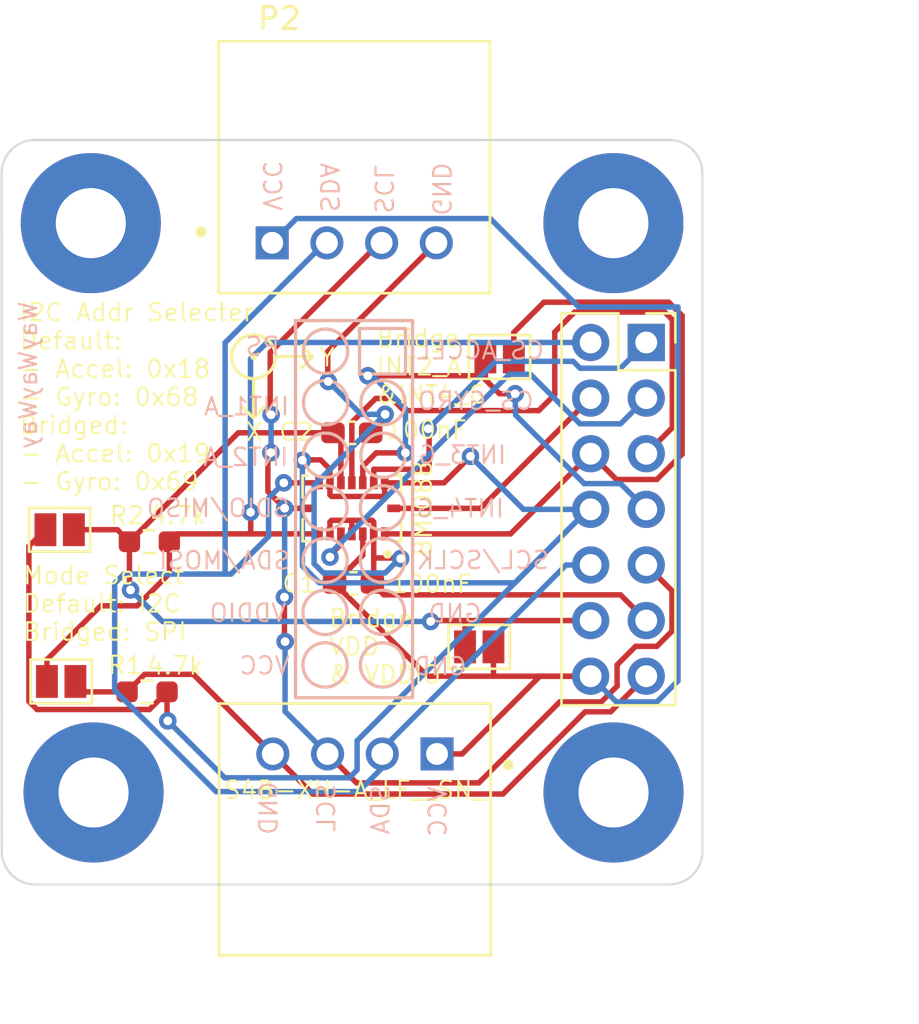
<source format=kicad_pcb>
(kicad_pcb (version 20221018) (generator pcbnew)
  (layers (0 "F.Cu" signal) (31 "B.Cu" signal) (34 "B.Paste" user) (35 "F.Paste" user) (36 "B.SilkS" user "B.Silkscreen") (37 "F.SilkS" user "F.Silkscreen") (38 "B.Mask" user) (39 "F.Mask" user) (44 "Edge.Cuts" user))
  (net 0 "")
  (net 1 "GND")
  (net 2 "VCC")
  (net 3 "VDDIO")
  (net 4 "/INT2_A")
  (net 5 "/INT4_G")
  (net 6 "/SCL{slash}SCLK")
  (net 7 "/SDA{slash}MOSI")
  (net 8 "/SDIO{slash}MISO")
  (net 9 "/PS")
  (net 10 "/CS_GYRO")
  (net 11 "/INT1_A")
  (net 12 "/CS_ACCEL")
  (net 13 "/INT3_G")
  (footprint "S4B-XH-A_LF__SN_:JST_S4B-XH-A_LF__SN_" (layer "F.Cu") (at 67.94 67.24 180)
    (fp_text reference "P1" hide)
    (fp_text value "S4B-XH-A_LF__SN_" (at 0 -1.65) (layer "F.SilkS") (effects (font (size 0.8 0.8) (thickness 0.1) bold)))
    (fp_line (start -6.2 -9.2) (end 6.2 -9.2) (stroke (width 0.127)) (layer "F.SilkS"))
    (fp_line (start -6.2 2.3) (end -6.2 -9.2) (stroke (width 0.127)) (layer "F.SilkS"))
    (fp_line (start 6.2 -9.2) (end 6.2 2.3) (stroke (width 0.127)) (layer "F.SilkS"))
    (fp_line (start 6.2 2.3) (end -6.2 2.3) (stroke (width 0.127)) (layer "F.SilkS"))
    (fp_circle (center -7 -0.5) (end -6.746 -0.5) (fill solid) (layer "F.SilkS"))
    (pad "1" thru_hole rect (at -3.75 0 180) (size 1.508 1.508) (drill 1) (layers "*.Cu" "*.Mask") (net 2 "VCC"))
    (pad "2" thru_hole circle (at -1.25 0 180) (size 1.508 1.508) (drill 1) (layers "*.Cu" "*.Mask") (net 7 "/SDA{slash}MOSI"))
    (pad "3" thru_hole circle (at 1.25 0 180) (size 1.508 1.508) (drill 1) (layers "*.Cu" "*.Mask") (net 6 "/SCL{slash}SCLK"))
    (pad "4" thru_hole circle (at 3.75 0 180) (size 1.508 1.508) (drill 1) (layers "*.Cu" "*.Mask") (net 1 "GND"))
  )
  (footprint "BMI088:PQFN50P450X300X100-16N" (layer "F.Cu") (at 67.8 56.025 180)
    (fp_text reference "U1" hide)
    (fp_text value "BMI088" (at -3.25 -0.0125 270) (layer "F.SilkS") (effects (font (size 0.8 0.8) (thickness 0.1) bold)))
    (fp_line (start -2.25 -1.5) (end -2 -1.5) (stroke (width 0.127)) (layer "F.SilkS"))
    (fp_line (start -2.25 -0.5) (end -2.25 -1.5) (stroke (width 0.127)) (layer "F.SilkS"))
    (fp_line (start -2.25 1.5) (end -2.25 0.5) (stroke (width 0.127)) (layer "F.SilkS"))
    (fp_line (start -2 1.5) (end -2.25 1.5) (stroke (width 0.127)) (layer "F.SilkS"))
    (fp_line (start 2.25 -1.5) (end 2 -1.5) (stroke (width 0.127)) (layer "F.SilkS"))
    (fp_line (start 2.25 -0.5) (end 2.25 -1.5) (stroke (width 0.127)) (layer "F.SilkS"))
    (fp_line (start 2.25 0.5) (end 2.25 1.5) (stroke (width 0.127)) (layer "F.SilkS"))
    (fp_line (start 2.25 1.5) (end 2 1.5) (stroke (width 0.127)) (layer "F.SilkS"))
    (fp_circle (center -1.629 -2.1) (end -1.529 -2.1) (stroke (width 0.2)) (fill none) (layer "F.SilkS"))
    (pad "1" smd rect (at -1.5 -1.165 90) (size 0.59 0.35) (layers "F.Cu" "F.Paste" "F.Mask") (net 4 "/INT2_A"))
    (pad "2" smd rect (at -1 -1.165 90) (size 0.59 0.35) (layers "F.Cu" "F.Paste" "F.Mask") (net 1 "GND"))
    (pad "3" smd rect (at -0.5 -1.165 90) (size 0.59 0.35) (layers "F.Cu" "F.Paste" "F.Mask") (net 2 "VCC"))
    (pad "4" smd rect (at 0 -1.165 90) (size 0.59 0.35) (layers "F.Cu" "F.Paste" "F.Mask") (net 1 "GND"))
    (pad "5" smd rect (at 0.5 -1.165 90) (size 0.59 0.35) (layers "F.Cu" "F.Paste" "F.Mask") (net 10 "/CS_GYRO"))
    (pad "6" smd rect (at 1 -1.165 90) (size 0.59 0.35) (layers "F.Cu" "F.Paste" "F.Mask") (net 1 "GND"))
    (pad "7" smd rect (at 1.5 -1.165 90) (size 0.59 0.35) (layers "F.Cu" "F.Paste" "F.Mask") (net 9 "/PS"))
    (pad "8" smd rect (at 1.915 0) (size 0.59 0.35) (layers "F.Cu" "F.Paste" "F.Mask") (net 6 "/SCL{slash}SCLK"))
    (pad "9" smd rect (at 1.5 1.165 270) (size 0.59 0.35) (layers "F.Cu" "F.Paste" "F.Mask") (net 7 "/SDA{slash}MOSI"))
    (pad "10" smd rect (at 1 1.165 270) (size 0.59 0.35) (layers "F.Cu" "F.Paste" "F.Mask") (net 8 "/SDIO{slash}MISO"))
    (pad "11" smd rect (at 0.5 1.165 270) (size 0.59 0.35) (layers "F.Cu" "F.Paste" "F.Mask") (net 3 "VDDIO"))
    (pad "12" smd rect (at 0 1.165 270) (size 0.59 0.35) (layers "F.Cu" "F.Paste" "F.Mask") (net 13 "/INT3_G"))
    (pad "13" smd rect (at -0.5 1.165 270) (size 0.59 0.35) (layers "F.Cu" "F.Paste" "F.Mask") (net 5 "/INT4_G"))
    (pad "14" smd rect (at -1 1.165 270) (size 0.59 0.35) (layers "F.Cu" "F.Paste" "F.Mask") (net 12 "/CS_ACCEL"))
    (pad "15" smd rect (at -1.5 1.165 270) (size 0.59 0.35) (layers "F.Cu" "F.Paste" "F.Mask") (net 8 "/SDIO{slash}MISO"))
    (pad "16" smd rect (at -1.915 0 180) (size 0.59 0.35) (layers "F.Cu" "F.Paste" "F.Mask") (net 11 "/INT1_A"))
  )
  (footprint "" (layer "F.Cu") (at 79.756 69)
    (fp_text reference "TH4" hide)
    (fp_text value "" hide)
    (pad "4" thru_hole circle (at 0 0) (size 6.4 6.4) (drill 3.2) (layers "*.Cu" "*.Mask"))
  )
  (footprint "" (layer "F.Cu") (at 55.874 43)
    (fp_text reference "TH1" hide)
    (fp_text value "" hide)
    (pad "1" thru_hole circle (at 0 0) (size 6.4 6.4) (drill 3.2) (layers "*.Cu" "*.Mask"))
  )
  (footprint "Jumper:SolderJumper-2_P1.3mm_Open_Pad1.0x1.5mm" (layer "F.Cu") (at 54.52 63.93)
    (fp_text reference "JP4" hide)
    (fp_text value "SolderJumper_2_Open" hide)
    (fp_line (start -1.4 -1) (end 1.4 -1) (stroke (width 0.12)) (layer "F.SilkS"))
    (fp_line (start -1.4 1) (end -1.4 -1) (stroke (width 0.12)) (layer "F.SilkS"))
    (fp_line (start 1.4 -1) (end 1.4 1) (stroke (width 0.12)) (layer "F.SilkS"))
    (fp_line (start 1.4 1) (end -1.4 1) (stroke (width 0.12)) (layer "F.SilkS"))
    (pad "1" smd rect (at -0.65 0) (size 1 1.5) (layers "F.Cu" "F.Mask") (net 9 "/PS"))
    (pad "2" smd rect (at 0.65 0) (size 1 1.5) (layers "F.Cu" "F.Mask") (net 1 "GND"))
  )
  (footprint "" (layer "F.Cu") (at 56 69)
    (fp_text reference "TH3" hide)
    (fp_text value "" hide)
    (pad "3" thru_hole circle (at 0 0) (size 6.4 6.4) (drill 3.2) (layers "*.Cu" "*.Mask"))
  )
  (footprint "Capacitor_SMD:C_0603_1608Metric_Pad1.08x0.95mm_HandSolder" (layer "F.Cu") (at 67.8 52.575)
    (fp_text reference "C2" (at -2.54 -0.045) (layer "F.SilkS") (effects (font (size 0.8 0.8) (thickness 0.1) bold)))
    (fp_text value "100nF" (at 3.41 -0.135) (layer "F.SilkS") (effects (font (size 0.8 0.8) (thickness 0.1) bold)))
    (fp_line (start -0.146267 -0.51) (end 0.146267 -0.51) (stroke (width 0.12)) (layer "F.SilkS"))
    (fp_line (start -0.146267 0.51) (end 0.146267 0.51) (stroke (width 0.12)) (layer "F.SilkS"))
    (pad "1" smd roundrect (at -0.8625 0) (size 1.075 0.95) (layers "F.Cu" "F.Paste" "F.Mask") (net 3 "VDDIO"))
    (pad "2" smd roundrect (at 0.8625 0) (size 1.075 0.95) (layers "F.Cu" "F.Paste" "F.Mask") (net 1 "GND"))
  )
  (footprint "Resistor_SMD:R_0603_1608Metric_Pad0.98x0.95mm_HandSolder" (layer "F.Cu") (at 58.445 64.405 180)
    (fp_text reference "R1" (at 1.005 1.215) (layer "F.SilkS") (effects (font (size 0.8 0.8) (thickness 0.1) bold)))
    (fp_text value "4.7k" (at -1.275 1.195) (layer "F.SilkS") (effects (font (size 0.8 0.8) (thickness 0.1) bold)))
    (fp_line (start -0.254724 -0.5225) (end 0.254724 -0.5225) (stroke (width 0.12)) (layer "F.SilkS"))
    (fp_line (start -0.254724 0.5225) (end 0.254724 0.5225) (stroke (width 0.12)) (layer "F.SilkS"))
    (pad "1" smd roundrect (at -0.9125 0 180) (size 0.975 0.95) (layers "F.Cu" "F.Paste" "F.Mask") (net 8 "/SDIO{slash}MISO"))
    (pad "2" smd roundrect (at 0.9125 0 180) (size 0.975 0.95) (layers "F.Cu" "F.Paste" "F.Mask") (net 1 "GND"))
  )
  (footprint "Jumper:SolderJumper-2_P1.3mm_Open_Pad1.0x1.5mm" (layer "F.Cu") (at 54.45 57 180)
    (fp_text reference "JP3" hide)
    (fp_text value "SolderJumper_2_Open" hide)
    (fp_line (start -1.4 -1) (end 1.4 -1) (stroke (width 0.12)) (layer "F.SilkS"))
    (fp_line (start -1.4 1) (end -1.4 -1) (stroke (width 0.12)) (layer "F.SilkS"))
    (fp_line (start 1.4 -1) (end 1.4 1) (stroke (width 0.12)) (layer "F.SilkS"))
    (fp_line (start 1.4 1) (end -1.4 1) (stroke (width 0.12)) (layer "F.SilkS"))
    (pad "1" smd rect (at -0.65 0 180) (size 1 1.5) (layers "F.Cu" "F.Mask") (net 3 "VDDIO"))
    (pad "2" smd rect (at 0.65 0 180) (size 1 1.5) (layers "F.Cu" "F.Mask") (net 8 "/SDIO{slash}MISO"))
  )
  (footprint "Jumper:SolderJumper-2_P1.3mm_Open_Pad1.0x1.5mm" (layer "F.Cu") (at 73.62 62.35 180)
    (fp_text reference "JP1" hide)
    (fp_text value "SolderJumper_2_Open" hide)
    (fp_line (start -1.4 -1) (end 1.4 -1) (stroke (width 0.12)) (layer "F.SilkS"))
    (fp_line (start -1.4 1) (end -1.4 -1) (stroke (width 0.12)) (layer "F.SilkS"))
    (fp_line (start 1.4 -1) (end 1.4 1) (stroke (width 0.12)) (layer "F.SilkS"))
    (fp_line (start 1.4 1) (end -1.4 1) (stroke (width 0.12)) (layer "F.SilkS"))
    (pad "1" smd rect (at -0.65 0 180) (size 1 1.5) (layers "F.Cu" "F.Mask") (net 2 "VCC"))
    (pad "2" smd rect (at 0.65 0 180) (size 1 1.5) (layers "F.Cu" "F.Mask") (net 3 "VDDIO"))
  )
  (footprint "S4B-XH-A_LF__SN_:JST_S4B-XH-A_LF__SN_" (layer "F.Cu") (at 67.91 43.9)
    (fp_text reference "P2" (at -3.427205 -10.241555) (layer "F.SilkS") (effects (font (size 1.000638 1.000638))))
    (fp_text value "S4B-XH-A_LF__SN_")
    (fp_line (start -6.2 -9.2) (end 6.2 -9.2) (stroke (width 0.127)) (layer "F.SilkS"))
    (fp_line (start -6.2 2.3) (end -6.2 -9.2) (stroke (width 0.127)) (layer "F.SilkS"))
    (fp_line (start 6.2 -9.2) (end 6.2 2.3) (stroke (width 0.127)) (layer "F.SilkS"))
    (fp_line (start 6.2 2.3) (end -6.2 2.3) (stroke (width 0.127)) (layer "F.SilkS"))
    (fp_circle (center -7 -0.5) (end -6.746 -0.5) (fill solid) (layer "F.SilkS"))
    (pad "1" thru_hole rect (at -3.75 0) (size 1.508 1.508) (drill 1) (layers "*.Cu" "*.Mask") (net 2 "VCC"))
    (pad "2" thru_hole circle (at -1.25 0) (size 1.508 1.508) (drill 1) (layers "*.Cu" "*.Mask") (net 7 "/SDA{slash}MOSI"))
    (pad "3" thru_hole circle (at 1.25 0) (size 1.508 1.508) (drill 1) (layers "*.Cu" "*.Mask") (net 6 "/SCL{slash}SCLK"))
    (pad "4" thru_hole circle (at 3.75 0) (size 1.508 1.508) (drill 1) (layers "*.Cu" "*.Mask") (net 1 "GND"))
  )
  (footprint "Resistor_SMD:R_0603_1608Metric_Pad0.98x0.95mm_HandSolder" (layer "F.Cu") (at 58.55 57.55)
    (fp_text reference "R2" (at -1.03 -1.2) (layer "F.SilkS") (effects (font (size 0.8 0.8) (thickness 0.1) bold)))
    (fp_text value "4.7k" (at 1.3 -1.2) (layer "F.SilkS") (effects (font (size 0.8 0.8) (thickness 0.1) bold)))
    (fp_line (start -0.254724 -0.5225) (end 0.254724 -0.5225) (stroke (width 0.12)) (layer "F.SilkS"))
    (fp_line (start -0.254724 0.5225) (end 0.254724 0.5225) (stroke (width 0.12)) (layer "F.SilkS"))
    (pad "1" smd roundrect (at -0.9125 0) (size 0.975 0.95) (layers "F.Cu" "F.Paste" "F.Mask") (net 3 "VDDIO"))
    (pad "2" smd roundrect (at 0.9125 0) (size 0.975 0.95) (layers "F.Cu" "F.Paste" "F.Mask") (net 9 "/PS"))
  )
  (footprint "Connector_PinSocket_2.54mm:PinSocket_2x07_P2.54mm_Vertical" (layer "F.Cu") (at 81.25 48.45)
    (fp_text reference "J1" hide)
    (fp_text value "Conn_02x07_Counter_Clockwise" hide)
    (fp_line (start -3.87 -1.33) (end -3.87 16.57) (stroke (width 0.12)) (layer "F.SilkS"))
    (fp_line (start -3.87 -1.33) (end -1.27 -1.33) (stroke (width 0.12)) (layer "F.SilkS"))
    (fp_line (start -3.87 16.57) (end 1.33 16.57) (stroke (width 0.12)) (layer "F.SilkS"))
    (fp_line (start -1.27 -1.33) (end -1.27 1.27) (stroke (width 0.12)) (layer "F.SilkS"))
    (fp_line (start -1.27 1.27) (end 1.33 1.27) (stroke (width 0.12)) (layer "F.SilkS"))
    (fp_line (start 0 -1.33) (end 1.33 -1.33) (stroke (width 0.12)) (layer "F.SilkS"))
    (fp_line (start 1.33 -1.33) (end 1.33 0) (stroke (width 0.12)) (layer "F.SilkS"))
    (fp_line (start 1.33 1.27) (end 1.33 16.57) (stroke (width 0.12)) (layer "F.SilkS"))
    (pad "1" thru_hole rect (at 0 0) (size 1.7 1.7) (drill 1) (layers "*.Cu" "*.Mask") (net 12 "/CS_ACCEL"))
    (pad "2" thru_hole oval (at -2.54 0) (size 1.7 1.7) (drill 1) (layers "*.Cu" "*.Mask") (net 9 "/PS"))
    (pad "3" thru_hole oval (at 0 2.54) (size 1.7 1.7) (drill 1) (layers "*.Cu" "*.Mask") (net 10 "/CS_GYRO"))
    (pad "4" thru_hole oval (at -2.54 2.54) (size 1.7 1.7) (drill 1) (layers "*.Cu" "*.Mask") (net 11 "/INT1_A"))
    (pad "5" thru_hole oval (at 0 5.08) (size 1.7 1.7) (drill 1) (layers "*.Cu" "*.Mask") (net 13 "/INT3_G"))
    (pad "6" thru_hole oval (at -2.54 5.08) (size 1.7 1.7) (drill 1) (layers "*.Cu" "*.Mask") (net 4 "/INT2_A"))
    (pad "7" thru_hole oval (at 0 7.62) (size 1.7 1.7) (drill 1) (layers "*.Cu" "*.Mask") (net 5 "/INT4_G"))
    (pad "8" thru_hole oval (at -2.54 7.62) (size 1.7 1.7) (drill 1) (layers "*.Cu" "*.Mask") (net 8 "/SDIO{slash}MISO"))
    (pad "9" thru_hole oval (at 0 10.16) (size 1.7 1.7) (drill 1) (layers "*.Cu" "*.Mask") (net 6 "/SCL{slash}SCLK"))
    (pad "10" thru_hole oval (at -2.54 10.16) (size 1.7 1.7) (drill 1) (layers "*.Cu" "*.Mask") (net 7 "/SDA{slash}MOSI"))
    (pad "11" thru_hole oval (at 0 12.7) (size 1.7 1.7) (drill 1) (layers "*.Cu" "*.Mask") (net 1 "GND"))
    (pad "12" thru_hole oval (at -2.54 12.7) (size 1.7 1.7) (drill 1) (layers "*.Cu" "*.Mask") (net 3 "VDDIO"))
    (pad "13" thru_hole oval (at 0 15.24) (size 1.7 1.7) (drill 1) (layers "*.Cu" "*.Mask") (net 1 "GND"))
    (pad "14" thru_hole oval (at -2.54 15.24) (size 1.7 1.7) (drill 1) (layers "*.Cu" "*.Mask") (net 2 "VCC"))
  )
  (footprint "Capacitor_SMD:C_0603_1608Metric_Pad1.08x0.95mm_HandSolder" (layer "F.Cu") (at 67.875 59.45)
    (fp_text reference "C1" (at -2.475 0.01) (layer "F.SilkS") (effects (font (size 0.8 0.8) (thickness 0.1) bold)))
    (fp_text value "100nF" (at 3.565 0.03) (layer "F.SilkS") (effects (font (size 0.8 0.8) (thickness 0.1) bold)))
    (fp_line (start -0.146267 -0.51) (end 0.146267 -0.51) (stroke (width 0.12)) (layer "F.SilkS"))
    (fp_line (start -0.146267 0.51) (end 0.146267 0.51) (stroke (width 0.12)) (layer "F.SilkS"))
    (pad "1" smd roundrect (at -0.8625 0) (size 1.075 0.95) (layers "F.Cu" "F.Paste" "F.Mask") (net 2 "VCC"))
    (pad "2" smd roundrect (at 0.8625 0) (size 1.075 0.95) (layers "F.Cu" "F.Paste" "F.Mask") (net 1 "GND"))
  )
  (footprint "" (layer "F.Cu") (at 79.75 43)
    (fp_text reference "TH2" hide)
    (fp_text value "" hide)
    (pad "2" thru_hole circle (at 0 0) (size 6.4 6.4) (drill 3.2) (layers "*.Cu" "*.Mask"))
  )
  (footprint "Jumper:SolderJumper-2_P1.3mm_Open_Pad1.0x1.5mm" (layer "F.Cu") (at 74.55 49.11 180)
    (fp_text reference "JP2" hide)
    (fp_text value "SolderJumper_2_Open" hide)
    (fp_line (start -1.4 -1) (end 1.4 -1) (stroke (width 0.12)) (layer "F.SilkS"))
    (fp_line (start -1.4 1) (end -1.4 -1) (stroke (width 0.12)) (layer "F.SilkS"))
    (fp_line (start 1.4 -1) (end 1.4 1) (stroke (width 0.12)) (layer "F.SilkS"))
    (fp_line (start 1.4 1) (end -1.4 1) (stroke (width 0.12)) (layer "F.SilkS"))
    (pad "1" smd rect (at -0.65 0 180) (size 1 1.5) (layers "F.Cu" "F.Mask") (net 4 "/INT2_A"))
    (pad "2" smd rect (at 0.65 0 180) (size 1 1.5) (layers "F.Cu" "F.Mask") (net 5 "/INT4_G"))
  )
  (gr_circle (center 66.575 56) (end 65.625 55.65) (stroke (width 0.15)) (fill none) (layer "B.SilkS"))
  (gr_circle (center 69.2 58.4) (end 68.25 58.05) (stroke (width 0.15)) (fill none) (layer "B.SilkS"))
  (gr_circle (center 66.6 48.85) (end 65.65 48.5) (stroke (width 0.15)) (fill none) (layer "B.SilkS"))
  (gr_circle (center 66.575 58.4) (end 65.625 58.05) (stroke (width 0.15)) (fill none) (layer "B.SilkS"))
  (gr_circle (center 66.575 63.175) (end 65.625 62.825) (stroke (width 0.15)) (fill none) (layer "B.SilkS"))
  (gr_circle (center 69.225 51.2) (end 68.275 50.85) (stroke (width 0.15)) (fill none) (layer "B.SilkS"))
  (gr_circle (center 69.225 53.6) (end 68.275 53.25) (stroke (width 0.15)) (fill none) (layer "B.SilkS"))
  (gr_rect (start 68.15 47.81) (end 70.25 49.89) (stroke (width 0.15)) (fill none) (layer "B.SilkS"))
  (gr_circle (center 69.2 56) (end 68.25 55.65) (stroke (width 0.15)) (fill none) (layer "B.SilkS"))
  (gr_circle (center 66.6 51.2) (end 65.65 50.85) (stroke (width 0.15)) (fill none) (layer "B.SilkS"))
  (gr_rect (start 65.225 47.45) (end 70.575 64.675) (stroke (width 0.15)) (fill none) (layer "B.SilkS"))
  (gr_circle (center 69.2 63.175) (end 68.25 62.825) (stroke (width 0.15)) (fill none) (layer "B.SilkS"))
  (gr_circle (center 66.6 53.6) (end 65.65 53.25) (stroke (width 0.15)) (fill none) (layer "B.SilkS"))
  (gr_circle (center 69.2 60.775) (end 68.25 60.425) (stroke (width 0.15)) (fill none) (layer "B.SilkS"))
  (gr_circle (center 66.575 60.775) (end 65.625 60.425) (stroke (width 0.15)) (fill none) (layer "B.SilkS"))
  (gr_line (start 63.31 51.9) (end 63.81 51.4) (stroke (width 0.15)) (layer "F.SilkS"))
  (gr_circle (center 63.31 49.1) (end 63.31 50.1) (stroke (width 0.15)) (fill none) (layer "F.SilkS"))
  (gr_line (start 64.31 49.1) (end 66.01 49.1) (stroke (width 0.15)) (layer "F.SilkS"))
  (gr_line (start 66.01 49.1) (end 65.51 49.6) (stroke (width 0.15)) (layer "F.SilkS"))
  (gr_circle (center 63.31 49.1) (end 63.31 49.1) (stroke (width 0.15)) (fill none) (layer "F.SilkS"))
  (gr_line (start 65.51 48.6) (end 66.01 49.1) (stroke (width 0.15)) (layer "F.SilkS"))
  (gr_line (start 63.31 50.1) (end 63.31 51.8) (stroke (width 0.15)) (layer "F.SilkS"))
  (gr_line (start 63.31 51.9) (end 62.81 51.4) (stroke (width 0.15)) (layer "F.SilkS"))
  (gr_arc (start 51.8 40.724) (mid 52.246369 39.646369) (end 53.324 39.2) (stroke (width 0.1)) (layer "Edge.Cuts"))
  (gr_arc (start 82.29 39.2) (mid 83.367631 39.646369) (end 83.814 40.724) (stroke (width 0.1)) (layer "Edge.Cuts"))
  (gr_line (start 53.33 73.2) (end 82.296 73.2) (stroke (width 0.1)) (layer "Edge.Cuts"))
  (gr_line (start 51.8 40.724) (end 51.806 71.676) (stroke (width 0.1)) (layer "Edge.Cuts"))
  (gr_line (start 83.82 71.676) (end 83.814 40.724) (stroke (width 0.1)) (layer "Edge.Cuts"))
  (gr_arc (start 53.33 73.2) (mid 52.252369 72.753631) (end 51.806 71.676) (stroke (width 0.1)) (layer "Edge.Cuts"))
  (gr_line (start 82.29 39.2) (end 53.324 39.2) (stroke (width 0.1)) (layer "Edge.Cuts"))
  (gr_arc (start 83.82 71.676) (mid 83.373631 72.75363) (end 82.296 73.2) (stroke (width 0.1)) (layer "Edge.Cuts"))
  (gr_text "INT2_A" (at 64.97 54.15) (layer "B.SilkS") (effects (font (size 0.8 0.8) (thickness 0.1)) (justify left bottom mirror)))
  (gr_text "INT4_G\n" (at 74.82 56.5) (layer "B.SilkS") (effects (font (size 0.8 0.8) (thickness 0.1)) (justify left bottom mirror)))
  (gr_text "VCC\n" (at 63.68 42.5 -90) (layer "B.SilkS") (effects (font (size 0.8 0.8) (thickness 0.1)) (justify left bottom mirror)))
  (gr_text "SDA\n" (at 69.58 68.6 90) (layer "B.SilkS") (effects (font (size 0.8 0.8) (thickness 0.1)) (justify left bottom mirror)))
  (gr_text "VCC\n" (at 72.2 68.66 90) (layer "B.SilkS") (effects (font (size 0.8 0.8) (thickness 0.1)) (justify left bottom mirror)))
  (gr_text "SDA/MOSI" (at 65.04 58.875) (layer "B.SilkS") (effects (font (size 0.8 0.8) (thickness 0.1)) (justify left bottom mirror)))
  (gr_text "GND" (at 71.41 42.73 -90) (layer "B.SilkS") (effects (font (size 0.8 0.8) (thickness 0.1)) (justify left bottom mirror)))
  (gr_text "INT1_A\n" (at 65 51.835) (layer "B.SilkS") (effects (font (size 0.8 0.8) (thickness 0.1)) (justify left bottom mirror)))
  (gr_text "VCC" (at 65.025 63.675) (layer "B.SilkS") (effects (font (size 0.8 0.8) (thickness 0.1)) (justify left bottom mirror)))
  (gr_text "CS_ACCEL\n" (at 76.65 49.28) (layer "B.SilkS") (effects (font (size 0.8 0.8) (thickness 0.1)) (justify left bottom mirror)))
  (gr_text "GND" (at 73.8 61.29) (layer "B.SilkS") (effects (font (size 0.8 0.8) (thickness 0.1)) (justify left bottom mirror)))
  (gr_text "SDIO/MISO\n\n" (at 65.01 57.77) (layer "B.SilkS") (effects (font (size 0.8 0.8) (thickness 0.1)) (justify left bottom mirror)))
  (gr_text "SCL/SCLK\n\n" (at 76.88 60.15) (layer "B.SilkS") (effects (font (size 0.8 0.8) (thickness 0.1)) (justify left bottom mirror)))
  (gr_text "INT3_G" (at 74.92 54.05) (layer "B.SilkS") (effects (font (size 0.8 0.8) (thickness 0.1)) (justify left bottom mirror)))
  (gr_text "VDDIO\n" (at 64.87 61.27) (layer "B.SilkS") (effects (font (size 0.8 0.8) (thickness 0.1)) (justify left bottom mirror)))
  (gr_text "SDA\n" (at 66.3 42.56 -90) (layer "B.SilkS") (effects (font (size 0.8 0.8) (thickness 0.1)) (justify left bottom mirror)))
  (gr_text "SCL\n\n\n" (at 66.2 42.63 -90) (layer "B.SilkS") (effects (font (size 0.8 0.8) (thickness 0.1)) (justify left bottom mirror)))
  (gr_text "GND" (at 73.11 63.71) (layer "B.SilkS") (effects (font (size 0.8 0.8) (thickness 0.1)) (justify left bottom mirror)))
  (gr_text "PS" (at 64.57 49.09) (layer "B.SilkS") (effects (font (size 0.8 0.8) (thickness 0.1)) (justify left bottom mirror)))
  (gr_text "WayWayWay" (at 53.48 46.51 90) (layer "B.SilkS") (effects (font (size 0.8 0.8) (thickness 0.1)) (justify left bottom mirror)))
  (gr_text "CS_GYRO\n" (at 76.18 51.59) (layer "B.SilkS") (effects (font (size 0.8 0.8) (thickness 0.1)) (justify left bottom mirror)))
  (gr_text "GND" (at 64.47 68.43 90) (layer "B.SilkS") (effects (font (size 0.8 0.8) (thickness 0.1)) (justify left bottom mirror)))
  (gr_text "SCL\n\n\n" (at 69.68 68.53 90) (layer "B.SilkS") (effects (font (size 0.8 0.8) (thickness 0.1)) (justify left bottom mirror)))
  (gr_text "X" (at 62.9 53) (layer "F.SilkS") (effects (font (size 0.8 0.8) (thickness 0.1) bold) (justify left bottom)))
  (gr_text "Bridge \nVDD\n& VDDIO" (at 66.7 64.09) (layer "F.SilkS") (effects (font (size 0.8 0.8) (thickness 0.1) bold) (justify left bottom)))
  (gr_text "Bridge\nINT2_A \n&INT4_G" (at 68.86 51.3) (layer "F.SilkS") (effects (font (size 0.8 0.8) (thickness 0.1) bold) (justify left bottom)))
  (gr_text "I2C Addr Selecter\nDefault: \n- Accel: 0x18\n- Gyro: 0x68\nBridged:\n- Accel: 0x19\n- Gyro: 0x69" (at 52.58 55.27) (layer "F.SilkS") (effects (font (size 0.8 0.8) (thickness 0.1)) (justify left bottom)))
  (gr_text "Mode Select\nDefault: I2C\nBridged: SPI\n" (at 52.72 62.13) (layer "F.SilkS") (effects (font (size 0.8 0.8) (thickness 0.1) bold) (justify left bottom)))
  (gr_text "Y" (at 66.26 49.6) (layer "F.SilkS") (effects (font (size 0.8 0.8) (thickness 0.1) bold) (justify left bottom)))
  (segment (start 69.32 51.73) (end 69.32 51.9175) (width 0.25) (layer "F.Cu") (net 1))
  (segment (start 74.700897 69.07) (end 78.455897 65.315) (width 0.25) (layer "F.Cu") (net 1))
  (segment (start 68.8 56.645) (end 68.725 56.57) (width 0.25) (layer "F.Cu") (net 1))
  (segment (start 66.72 50.23) (end 66.63 50.23) (width 0.25) (layer "F.Cu") (net 1))
  (segment (start 68.8 58.29) (end 68.8 57.19) (width 0.25) (layer "F.Cu") (net 1))
  (segment (start 67.8 56.59) (end 67.8 57.19) (width 0.25) (layer "F.Cu") (net 1))
  (segment (start 79.625 65.315) (end 81.25 63.69) (width 0.25) (layer "F.Cu") (net 1))
  (segment (start 66.875 56.57) (end 66.8 56.645) (width 0.25) (layer "F.Cu") (net 1))
  (segment (start 58.3325 63.605) (end 60.555 63.605) (width 0.25) (layer "F.Cu") (net 1))
  (segment (start 69.96 58.29) (end 70.03 58.32) (width 0.25) (layer "F.Cu") (net 1))
  (segment (start 68.7375 59.45) (end 69.2625 59.975) (width 0.25) (layer "F.Cu") (net 1))
  (segment (start 67.82 56.57) (end 67.8 56.59) (width 0.25) (layer "F.Cu") (net 1))
  (segment (start 55.645 64.405) (end 55.17 63.93) (width 0.25) (layer "F.Cu") (net 1))
  (segment (start 69.2625 59.975) (end 80.075 59.975) (width 0.25) (layer "F.Cu") (net 1))
  (segment (start 66.72 50.23) (end 66.7 50.21) (width 0.25) (layer "F.Cu") (net 1))
  (segment (start 70.02 58.29) (end 69.99 58.29) (width 0.25) (layer "F.Cu") (net 1))
  (segment (start 66.7 48.86) (end 71.61 43.95) (width 0.25) (layer "F.Cu") (net 1))
  (segment (start 70.03 58.32) (end 70.02 58.29) (width 0.25) (layer "F.Cu") (net 1))
  (segment (start 68.7375 59.45) (end 68.8 59.3875) (width 0.25) (layer "F.Cu") (net 1))
  (segment (start 69.32 51.9175) (end 68.6625 52.575) (width 0.25) (layer "F.Cu") (net 1))
  (segment (start 67.78 56.57) (end 66.875 56.57) (width 0.25) (layer "F.Cu") (net 1))
  (segment (start 57.5325 64.405) (end 55.645 64.405) (width 0.25) (layer "F.Cu") (net 1))
  (segment (start 80.075 59.975) (end 81.25 61.15) (width 0.25) (layer "F.Cu") (net 1))
  (segment (start 67.8 56.59) (end 67.78 56.57) (width 0.25) (layer "F.Cu") (net 1))
  (segment (start 57.5325 64.405) (end 58.3325 63.605) (width 0.25) (layer "F.Cu") (net 1))
  (segment (start 60.555 63.605) (end 66.02 69.07) (width 0.25) (layer "F.Cu") (net 1))
  (segment (start 69.17 51.88) (end 69.12 51.88) (width 0.25) (layer "F.Cu") (net 1))
  (segment (start 69.32 51.73) (end 69.17 51.88) (width 0.25) (layer "F.Cu") (net 1))
  (segment (start 78.455897 65.315) (end 79.625 65.315) (width 0.25) (layer "F.Cu") (net 1))
  (segment (start 66.8 56.645) (end 66.8 57.19) (width 0.25) (layer "F.Cu") (net 1))
  (segment (start 71.61 43.95) (end 71.61 43.92) (width 0.25) (layer "F.Cu") (net 1))
  (segment (start 68.8 58.29) (end 69.96 58.29) (width 0.25) (layer "F.Cu") (net 1))
  (segment (start 66.7 50.21) (end 66.7 48.86) (width 0.25) (layer "F.Cu") (net 1))
  (segment (start 68.8 57.19) (end 68.8 56.645) (width 0.25) (layer "F.Cu") (net 1))
  (segment (start 66.02 69.07) (end 74.700897 69.07) (width 0.25) (layer "F.Cu") (net 1))
  (segment (start 68.725 56.57) (end 67.82 56.57) (width 0.25) (layer "F.Cu") (net 1))
  (segment (start 68.8 59.3875) (end 68.8 58.29) (width 0.25) (layer "F.Cu") (net 1))
  (via (at 70.03 58.32) (size 0.8) (drill 0.4) (layers "F.Cu" "B.Cu") (net 1))
  (via (at 66.72 50.23) (size 0.8) (drill 0.4) (layers "F.Cu" "B.Cu") (net 1))
  (via (at 69.32 51.73) (size 0.8) (drill 0.4) (layers "F.Cu" "B.Cu") (net 1))
  (segment (start 69.325 58.975) (end 66.499695 58.975) (width 0.25) (layer "B.Cu") (net 1))
  (segment (start 66.499695 58.975) (end 66.075 58.550305) (width 0.25) (layer "B.Cu") (net 1))
  (segment (start 66.075 58.550305) (end 66.075 54.975) (width 0.25) (layer "B.Cu") (net 1))
  (segment (start 69.32 51.73) (end 68.22 51.73) (width 0.25) (layer "B.Cu") (net 1))
  (segment (start 66.075 54.975) (end 69.32 51.73) (width 0.25) (layer "B.Cu") (net 1))
  (segment (start 70.01 58.29) (end 69.325 58.975) (width 0.25) (layer "B.Cu") (net 1))
  (segment (start 70.03 58.31) (end 70.01 58.29) (width 0.25) (layer "B.Cu") (net 1))
  (segment (start 70.03 58.32) (end 70.03 58.31) (width 0.25) (layer "B.Cu") (net 1))
  (segment (start 68.22 51.73) (end 66.72 50.23) (width 0.25) (layer "B.Cu") (net 1))
  (segment (start 74.27 62.35) (end 74.27 63.68) (width 0.25) (layer "F.Cu") (net 2))
  (segment (start 71.2525 63.69) (end 67.0125 59.45) (width 0.25) (layer "F.Cu") (net 2))
  (segment (start 74.27 63.68) (end 74.28 63.69) (width 0.25) (layer "F.Cu") (net 2))
  (segment (start 68.3 57.19) (end 68.3 58.1625) (width 0.25) (layer "F.Cu") (net 2))
  (segment (start 72.84 67.24) (end 76.39 63.69) (width 0.25) (layer "F.Cu") (net 2))
  (segment (start 68.3 58.1625) (end 67.0125 59.45) (width 0.25) (layer "F.Cu") (net 2))
  (segment (start 78.71 63.69) (end 74.28 63.69) (width 0.25) (layer "F.Cu") (net 2))
  (segment (start 76.39 63.69) (end 78.71 63.69) (width 0.25) (layer "F.Cu") (net 2))
  (segment (start 71.46 67.24) (end 72.84 67.24) (width 0.25) (layer "F.Cu") (net 2))
  (segment (start 74.28 63.69) (end 71.2525 63.69) (width 0.25) (layer "F.Cu") (net 2))
  (segment (start 71.45 67.25) (end 71.46 67.24) (width 0.25) (layer "F.Cu") (net 2))
  (segment (start 82.7 63.901701) (end 81.736701 64.865) (width 0.25) (layer "B.Cu") (net 2))
  (segment (start 81.736701 64.865) (end 79.885 64.865) (width 0.25) (layer "B.Cu") (net 2))
  (segment (start 82.7 46.83) (end 82.7 63.901701) (width 0.25) (layer "B.Cu") (net 2))
  (segment (start 64.19 43.87) (end 65.269 42.791) (width 0.25) (layer "B.Cu") (net 2))
  (segment (start 64.35 43.87) (end 64.19 43.87) (width 0.25) (layer "B.Cu") (net 2))
  (segment (start 74.121 42.791) (end 78.16 46.83) (width 0.25) (layer "B.Cu") (net 2))
  (segment (start 79.885 64.865) (end 78.71 63.69) (width 0.25) (layer "B.Cu") (net 2))
  (segment (start 78.16 46.83) (end 82.7 46.83) (width 0.25) (layer "B.Cu") (net 2))
  (segment (start 65.269 42.791) (end 74.121 42.791) (width 0.25) (layer "B.Cu") (net 2))
  (segment (start 57.6375 59.6975) (end 57.69 59.75) (width 0.25) (layer "F.Cu") (net 3))
  (segment (start 78.71 61.14) (end 78.71 61.15) (width 0.25) (layer "F.Cu") (net 3))
  (segment (start 72.97 62.35) (end 72.97 61.18) (width 0.25) (layer "F.Cu") (net 3))
  (segment (start 71.4 61.19) (end 71.4 61.08) (width 0.25) (layer "F.Cu") (net 3))
  (segment (start 62.6125 52.575) (end 57.6375 57.55) (width 0.25) (layer "F.Cu") (net 3))
  (segment (start 67.3 52.9375) (end 66.9375 52.575) (width 0.25) (layer "F.Cu") (net 3))
  (segment (start 71.4 61.08) (end 71.42 61.1) (width 0.25) (layer "F.Cu") (net 3))
  (segment (start 72.94 61.15) (end 71.47 61.15) (width 0.25) (layer "F.Cu") (net 3))
  (segment (start 66.9375 52.575) (end 62.6125 52.575) (width 0.25) (layer "F.Cu") (net 3))
  (segment (start 71.47 61.15) (end 71.51 61.19) (width 0.25) (layer "F.Cu") (net 3))
  (segment (start 55.1 57) (end 57.0875 57) (width 0.25) (layer "F.Cu") (net 3))
  (segment (start 67.3 54.86) (end 67.3 52.9375) (width 0.25) (layer "F.Cu") (net 3))
  (segment (start 78.71 61.14) (end 78.57 61) (width 0.25) (layer "F.Cu") (net 3))
  (segment (start 57.0875 57) (end 57.6375 57.55) (width 0.25) (layer "F.Cu") (net 3))
  (segment (start 72.97 61.18) (end 72.94 61.15) (width 0.25) (layer "F.Cu") (net 3))
  (segment (start 57.6375 57.55) (end 57.6375 59.6975) (width 0.25) (layer "F.Cu") (net 3))
  (segment (start 78.71 61.15) (end 72.94 61.15) (width 0.25) (layer "F.Cu") (net 3))
  (segment (start 71.51 61.19) (end 71.4 61.19) (width 0.25) (layer "F.Cu") (net 3))
  (via (at 71.4 61.19) (size 0.8) (drill 0.4) (layers "F.Cu" "B.Cu") (net 3))
  (via (at 57.69 59.75) (size 0.8) (drill 0.4) (layers "F.Cu" "B.Cu") (net 3))
  (segment (start 59.15 61.19) (end 57.69 59.75) (width 0.25) (layer "B.Cu") (net 3))
  (segment (start 57.69 59.75) (end 57.88 59.92) (width 0.25) (layer "B.Cu") (net 3))
  (segment (start 71.4 61.19) (end 59.15 61.19) (width 0.25) (layer "B.Cu") (net 3))
  (segment (start 75.44 48.87) (end 75.44 48.86) (width 0.25) (layer "F.Cu") (net 4))
  (segment (start 75.05 57.19) (end 78.71 53.53) (width 0.25) (layer "F.Cu") (net 4))
  (segment (start 82.276396 46.61) (end 82.89 47.223604) (width 0.25) (layer "F.Cu") (net 4))
  (segment (start 69.3 57.19) (end 75.05 57.19) (width 0.25) (layer "F.Cu") (net 4))
  (segment (start 79.885 54.705) (end 78.71 53.53) (width 0.25) (layer "F.Cu") (net 4))
  (segment (start 75.2 49.11) (end 75.44 48.87) (width 0.25) (layer "F.Cu") (net 4))
  (segment (start 82.89 47.223604) (end 82.89 53.551701) (width 0.25) (layer "F.Cu") (net 4))
  (segment (start 81.736701 54.705) (end 79.885 54.705) (width 0.25) (layer "F.Cu") (net 4))
  (segment (start 76.58 46.61) (end 82.276396 46.61) (width 0.25) (layer "F.Cu") (net 4))
  (segment (start 82.89 53.551701) (end 81.736701 54.705) (width 0.25) (layer "F.Cu") (net 4))
  (segment (start 75.2 47.99) (end 76.58 46.61) (width 0.25) (layer "F.Cu") (net 4))
  (segment (start 75.2 49.11) (end 75.2 47.99) (width 0.25) (layer "F.Cu") (net 4))
  (segment (start 73.72 49.97) (end 73.9 50.15) (width 0.25) (layer "F.Cu") (net 5))
  (segment (start 68.3 54.86) (end 68.3 54.103604) (width 0.25) (layer "F.Cu") (net 5))
  (segment (start 68.3 54.103604) (end 68.913604 53.49) (width 0.25) (layer "F.Cu") (net 5))
  (segment (start 68.53 49.97) (end 73.72 49.97) (width 0.25) (layer "F.Cu") (net 5))
  (segment (start 73.9 50.15) (end 74.54 50.79) (width 0.25) (layer "F.Cu") (net 5))
  (segment (start 70.25 53.49) (end 70.15 53.49) (width 0.25) (layer "F.Cu") (net 5))
  (segment (start 75.26 50.79) (end 74.54 50.79) (width 0.25) (layer "F.Cu") (net 5))
  (segment (start 73.9 49.11) (end 73.9 50.15) (width 0.25) (layer "F.Cu") (net 5))
  (segment (start 68.53 49.97) (end 68.49 49.97) (width 0.25) (layer "F.Cu") (net 5))
  (segment (start 68.913604 53.49) (end 70.25 53.49) (width 0.25) (layer "F.Cu") (net 5))
  (via (at 75.26 50.79) (size 0.8) (drill 0.4) (layers "F.Cu" "B.Cu") (net 5))
  (via (at 70.25 53.49) (size 0.8) (drill 0.4) (layers "F.Cu" "B.Cu") (net 5))
  (via (at 68.53 49.97) (size 0.8) (drill 0.4) (layers "F.Cu" "B.Cu") (net 5))
  (segment (start 75.28 51.761701) (end 75.26 50.79) (width 0.25) (layer "B.Cu") (net 5))
  (segment (start 68.75 49.97) (end 68.53 49.97) (width 0.25) (layer "B.Cu") (net 5))
  (segment (start 81.25 56.07) (end 80.075 54.895) (width 0.25) (layer "B.Cu") (net 5))
  (segment (start 78.413299 54.895) (end 75.28 51.761701) (width 0.25) (layer "B.Cu") (net 5))
  (segment (start 68.53 49.75) (end 68.6 49.82) (width 0.25) (layer "B.Cu") (net 5))
  (segment (start 70.25 53.49) (end 70.25 51.47) (width 0.25) (layer "B.Cu") (net 5))
  (segment (start 70.25 51.47) (end 68.75 49.97) (width 0.25) (layer "B.Cu") (net 5))
  (segment (start 75.26 50.79) (end 75.28 51) (width 0.25) (layer "B.Cu") (net 5))
  (segment (start 68.53 49.97) (end 68.53 49.75) (width 0.25) (layer "B.Cu") (net 5))
  (segment (start 80.075 54.895) (end 78.413299 54.895) (width 0.25) (layer "B.Cu") (net 5))
  (segment (start 68.01 68.56) (end 73.6 68.56) (width 0.25) (layer "F.Cu") (net 6))
  (segment (start 82.425 59.785) (end 81.25 58.61) (width 0.25) (layer "F.Cu") (net 6))
  (segment (start 82.425 61.636701) (end 82.425 59.785) (width 0.25) (layer "F.Cu") (net 6))
  (segment (start 63.965 53.615) (end 64.1 53.48) (width 0.25) (layer "F.Cu") (net 6))
  (segment (start 73.6 68.56) (end 77.295 64.865) (width 0.25) (layer "F.Cu") (net 6))
  (segment (start 64.07 51.71) (end 64.11 51.75) (width 0.25) (layer "F.Cu") (net 6))
  (segment (start 79.196701 64.865) (end 79.919302 64.142399) (width 0.25) (layer "F.Cu") (net 6))
  (segment (start 64.07 48.9) (end 64.07 51.71) (width 0.25) (layer "F.Cu") (net 6))
  (segment (start 63.965 55.255) (end 63.965 53.615) (width 0.25) (layer "F.Cu") (net 6))
  (segment (start 64.72 60.08) (end 64.72 62.08) (width 0.25) (layer "F.Cu") (net 6))
  (segment (start 64.73 56.02) (end 63.965 55.255) (width 0.25) (layer "F.Cu") (net 6))
  (segment (start 69.07 43.9) (end 64.07 48.9) (width 0.25) (layer "F.Cu") (net 6))
  (segment (start 79.919302 64.142399) (end 79.919302 63.168997) (width 0.25) (layer "F.Cu") (net 6))
  (segment (start 69.11 43.92) (end 69.09 43.9) (width 0.25) (layer "F.Cu") (net 6))
  (segment (start 81.736701 62.325) (end 82.425 61.636701) (width 0.25) (layer "F.Cu") (net 6))
  (segment (start 66.69 67.24) (end 68.01 68.56) (width 0.25) (layer "F.Cu") (net 6))
  (segment (start 77.295 64.865) (end 79.196701 64.865) (width 0.25) (layer "F.Cu") (net 6))
  (segment (start 80.763299 62.325) (end 81.736701 62.325) (width 0.25) (layer "F.Cu") (net 6))
  (segment (start 64.11 51.75) (end 64.07 51.79) (width 0.25) (layer "F.Cu") (net 6))
  (segment (start 69.09 43.9) (end 69.07 43.9) (width 0.25) (layer "F.Cu") (net 6))
  (segment (start 64.735 56.025) (end 64.73 56.02) (width 0.25) (layer "F.Cu") (net 6))
  (segment (start 64.72 62.08) (end 64.75 62.11) (width 0.25) (layer "F.Cu") (net 6))
  (segment (start 64.07 51.79) (end 64.07 51.95) (width 0.25) (layer "F.Cu") (net 6))
  (segment (start 79.919302 63.168997) (end 80.763299 62.325) (width 0.25) (layer "F.Cu") (net 6))
  (segment (start 65.885 56.025) (end 64.735 56.025) (width 0.25) (layer "F.Cu") (net 6))
  (via (at 64.72 60.08) (size 0.8) (drill 0.4) (layers "F.Cu" "B.Cu") (net 6))
  (via (at 64.75 62.11) (size 0.8) (drill 0.4) (layers "F.Cu" "B.Cu") (net 6))
  (via (at 64.11 51.75) (size 0.8) (drill 0.4) (layers "F.Cu" "B.Cu") (net 6))
  (via (at 64.1 53.48) (size 0.8) (drill 0.4) (layers "F.Cu" "B.Cu") (net 6))
  (via (at 64.73 56.02) (size 0.8) (drill 0.4) (layers "F.Cu" "B.Cu") (net 6))
  (segment (start 64.73 56.02) (end 64.73 60.07) (width 0.25) (layer "B.Cu") (net 6))
  (segment (start 64.11 53.47) (end 64.1 53.48) (width 0.25) (layer "B.Cu") (net 6))
  (segment (start 64.73 60.07) (end 64.72 60.08) (width 0.25) (layer "B.Cu") (net 6))
  (segment (start 66.7 67.25) (end 64.75 65.3) (width 0.25) (layer "B.Cu") (net 6))
  (segment (start 64.11 53.49) (end 64.11 53.52) (width 0.25) (layer "B.Cu") (net 6))
  (segment (start 64.75 62.11) (end 64.7 62.07) (width 0.25) (layer "B.Cu") (net 6))
  (segment (start 64.11 51.75) (end 64.11 53.47) (width 0.25) (layer "B.Cu") (net 6))
  (segment (start 64.72 60.08) (end 64.73 60.09) (width 0.25) (layer "B.Cu") (net 6))
  (segment (start 66.72 67.25) (end 66.7 67.25) (width 0.25) (layer "B.Cu") (net 6))
  (segment (start 69.35 43.95) (end 69.44 44.04) (width 0.25) (layer "B.Cu") (net 6))
  (segment (start 64.73 60.09) (end 64.73 60.13) (width 0.25) (layer "B.Cu") (net 6))
  (segment (start 64.11 53.52) (end 64.13 53.54) (width 0.25) (layer "B.Cu") (net 6))
  (segment (start 64.75 65.3) (end 64.75 62.11) (width 0.25) (layer "B.Cu") (net 6))
  (segment (start 64.73 60.13) (end 64.7 60.16) (width 0.25) (layer "B.Cu") (net 6))
  (segment (start 64.1 53.48) (end 64.11 53.49) (width 0.25) (layer "B.Cu") (net 6))
  (segment (start 69.35 43.87) (end 69.35 43.95) (width 0.25) (layer "B.Cu") (net 6))
  (segment (start 64.74 54.86) (end 64.69 54.86) (width 0.25) (layer "F.Cu") (net 7))
  (segment (start 64.73 54.85) (end 64.74 54.86) (width 0.25) (layer "F.Cu") (net 7))
  (segment (start 64.74 54.86) (end 66.3 54.86) (width 0.25) (layer "F.Cu") (net 7))
  (segment (start 64.69 54.86) (end 64.69 54.81) (width 0.25) (layer "F.Cu") (net 7))
  (segment (start 64.69 54.81) (end 64.74 54.86) (width 0.25) (layer "F.Cu") (net 7))
  (via (at 64.69 54.86) (size 0.8) (drill 0.4) (layers "F.Cu" "B.Cu") (net 7))
  (segment (start 61.594695 68.96) (end 68.1 68.96) (width 0.25) (layer "B.Cu") (net 7))
  (segment (start 63.995 55.555) (end 63.995 57.31) (width 0.25) (layer "B.Cu") (net 7))
  (segment (start 66.59 43.9) (end 66.57 43.9) (width 0.25) (layer "B.Cu") (net 7))
  (segment (start 62.01 48.46) (end 62.01 59.025) (width 0.25) (layer "B.Cu") (net 7))
  (segment (start 64.69 54.86) (end 63.995 55.555) (width 0.25) (layer "B.Cu") (net 7))
  (segment (start 77.59 58.61) (end 78.71 58.61) (width 0.25) (layer "B.Cu") (net 7))
  (segment (start 68.1 68.96) (end 69.22 67.84) (width 0.25) (layer "B.Cu") (net 7))
  (segment (start 56.965 59.449695) (end 56.965 64.330305) (width 0.25) (layer "B.Cu") (net 7))
  (segment (start 62.28 59.025) (end 62.01 59.025) (width 0.25) (layer "B.Cu") (net 7))
  (segment (start 66.57 43.9) (end 62.01 48.46) (width 0.25) (layer "B.Cu") (net 7))
  (segment (start 69.22 66.98) (end 77.59 58.61) (width 0.25) (layer "B.Cu") (net 7))
  (segment (start 62.01 59.025) (end 57.389695 59.025) (width 0.25) (layer "B.Cu") (net 7))
  (segment (start 66.61 43.92) (end 66.59 43.9) (width 0.25) (layer "B.Cu") (net 7))
  (segment (start 63.995 57.31) (end 62.28 59.025) (width 0.25) (layer "B.Cu") (net 7))
  (segment (start 56.965 64.330305) (end 61.594695 68.96) (width 0.25) (layer "B.Cu") (net 7))
  (segment (start 69.22 67.84) (end 69.22 66.98) (width 0.25) (layer "B.Cu") (net 7))
  (segment (start 57.389695 59.025) (end 56.965 59.449695) (width 0.25) (layer "B.Cu") (net 7))
  (segment (start 66.875 55.48) (end 66.8 55.405) (width 0.25) (layer "F.Cu") (net 8))
  (segment (start 66.8 54.24) (end 66.37 53.81) (width 0.25) (layer "F.Cu") (net 8))
  (segment (start 53.415 65.21) (end 58.5525 65.21) (width 0.25) (layer "F.Cu") (net 8))
  (segment (start 65.54 53.83) (end 65.64 53.81) (width 0.25) (layer "F.Cu") (net 8))
  (segment (start 53.045 64.84) (end 53.415 65.21) (width 0.25) (layer "F.Cu") (net 8))
  (segment (start 69.225 55.48) (end 66.875 55.48) (width 0.25) (layer "F.Cu") (net 8))
  (segment (start 58.5525 65.21) (end 59.3575 64.405) (width 0.25) (layer "F.Cu") (net 8))
  (segment (start 53.8 57) (end 53.045 57.755) (width 0.25) (layer "F.Cu") (net 8))
  (segment (start 65.68 53.81) (end 65.54 53.83) (width 0.25) (layer "F.Cu") (net 8))
  (segment (start 69.3 55.405) (end 69.225 55.48) (width 0.25) (layer "F.Cu") (net 8))
  (segment (start 69.3 54.86) (end 72.01 54.86) (width 0.25) (layer "F.Cu") (net 8))
  (segment (start 69.3 54.86) (end 69.3 55.405) (width 0.25) (layer "F.Cu") (net 8))
  (segment (start 53.045 57.755) (end 53.045 64.84) (width 0.25) (layer "F.Cu") (net 8))
  (segment (start 59.39 65.73) (end 59.26 65.73) (width 0.25) (layer "F.Cu") (net 8))
  (segment (start 66.8 54.86) (end 66.8 54.24) (width 0.25) (layer "F.Cu") (net 8))
  (segment (start 66.37 53.81) (end 65.68 53.81) (width 0.25) (layer "F.Cu") (net 8))
  (segment (start 59.26 65.73) (end 59.35 65.64) (width 0.25) (layer "F.Cu") (net 8))
  (segment (start 59.3575 65.6325) (end 59.39 65.6) (width 0.25) (layer "F.Cu") (net 8))
  (segment (start 59.39 65.6) (end 59.39 65.73) (width 0.25) (layer "F.Cu") (net 8))
  (segment (start 59.3575 64.405) (end 59.3575 65.6325) (width 0.25) (layer "F.Cu") (net 8))
  (segment (start 66.8 55.405) (end 66.8 54.86) (width 0.25) (layer "F.Cu") (net 8))
  (segment (start 72.01 54.86) (end 73.22 53.65) (width 0.25) (layer "F.Cu") (net 8))
  (segment (start 65.64 53.81) (end 65.66 53.81) (width 0.25) (layer "F.Cu") (net 8))
  (via (at 73.22 53.65) (size 0.8) (drill 0.4) (layers "F.Cu" "B.Cu") (net 8))
  (via (at 59.39 65.73) (size 0.8) (drill 0.4) (layers "F.Cu" "B.Cu") (net 8))
  (via (at 65.54 53.83) (size 0.8) (drill 0.4) (layers "F.Cu" "B.Cu") (net 8))
  (segment (start 73.22 53.65) (end 75.64 56.07) (width 0.25) (layer "B.Cu") (net 8))
  (segment (start 78.604062 56.07) (end 78.71 56.07) (width 0.25) (layer "B.Cu") (net 8))
  (segment (start 68.04 67.97) (end 68.04 66.634063) (width 0.25) (layer "B.Cu") (net 8))
  (segment (start 59.39 65.73) (end 61.989 68.329) (width 0.25) (layer "B.Cu") (net 8))
  (segment (start 65.54 53.83) (end 65.54 58.651701) (width 0.25) (layer "B.Cu") (net 8))
  (segment (start 65.54 58.651701) (end 66.313299 59.425) (width 0.25) (layer "B.Cu") (net 8))
  (segment (start 61.989 68.329) (end 67.681 68.329) (width 0.25) (layer "B.Cu") (net 8))
  (segment (start 68.04 66.634063) (end 78.604063 56.07) (width 0.25) (layer "B.Cu") (net 8))
  (segment (start 66.313299 59.425) (end 75.249062 59.425) (width 0.25) (layer "B.Cu") (net 8))
  (segment (start 75.64 56.07) (end 78.71 56.07) (width 0.25) (layer "B.Cu") (net 8))
  (segment (start 67.681 68.329) (end 68.04 67.97) (width 0.25) (layer "B.Cu") (net 8))
  (segment (start 78.604063 56.07) (end 78.71 56.07) (width 0.25) (layer "B.Cu") (net 8))
  (segment (start 75.249062 59.425) (end 78.604062 56.07) (width 0.25) (layer "B.Cu") (net 8))
  (segment (start 57.990305 60.475) (end 59.4625 59.002805) (width 0.25) (layer "F.Cu") (net 9))
  (segment (start 63.18 57.19) (end 63.72 57.19) (width 0.25) (layer "F.Cu") (net 9))
  (segment (start 56.325 60.475) (end 57.990305 60.475) (width 0.25) (layer "F.Cu") (net 9))
  (segment (start 63.17 56.27) (end 63.17 56.2) (width 0.25) (layer "F.Cu") (net 9))
  (segment (start 63.18 57.19) (end 63.18 56.26) (width 0.25) (layer "F.Cu") (net 9))
  (segment (start 63.72 57.19) (end 66.3 57.19) (width 0.25) (layer "F.Cu") (net 9))
  (segment (start 53.87 63.93) (end 53.87 62.93) (width 0.25) (layer "F.Cu") (net 9))
  (segment (start 53.87 62.93) (end 56.325 60.475) (width 0.25) (layer "F.Cu") (net 9))
  (segment (start 59.4625 59.002805) (end 59.4625 57.55) (width 0.25) (layer "F.Cu") (net 9))
  (segment (start 59.4625 57.55) (end 59.8225 57.19) (width 0.25) (layer "F.Cu") (net 9))
  (segment (start 63.17 56.2) (end 63.24 56.2) (width 0.25) (layer "F.Cu") (net 9))
  (segment (start 59.8225 57.19) (end 63.18 57.19) (width 0.25) (layer "F.Cu") (net 9))
  (segment (start 63.24 56.2) (end 63.2 56.24) (width 0.25) (layer "F.Cu") (net 9))
  (segment (start 63.18 56.26) (end 63.17 56.27) (width 0.25) (layer "F.Cu") (net 9))
  (via (at 63.17 56.2) (size 0.8) (drill 0.4) (layers "F.Cu" "B.Cu") (net 9))
  (segment (start 63.17 49.2) (end 63.17 56.2) (width 0.25) (layer "B.Cu") (net 9))
  (segment (start 63.92 48.45) (end 78.71 48.45) (width 0.25) (layer "B.Cu") (net 9))
  (segment (start 63.92 48.45) (end 63.17 49.2) (width 0.25) (layer "B.Cu") (net 9))
  (segment (start 66.8 58.25) (end 66.72 58.25) (width 0.25) (layer "F.Cu") (net 10))
  (segment (start 67.3 57.67) (end 66.8 58.17) (width 0.25) (layer "F.Cu") (net 10))
  (segment (start 66.8 58.17) (end 66.8 58.25) (width 0.25) (layer "F.Cu") (net 10))
  (segment (start 67.3 57.19) (end 67.3 57.67) (width 0.25) (layer "F.Cu") (net 10))
  (segment (start 66.72 58.25) (end 66.79 58.18) (width 0.25) (layer "F.Cu") (net 10))
  (via (at 66.8 58.25) (size 0.8) (drill 0.4) (layers "F.Cu" "B.Cu") (net 10))
  (segment (start 80.075 52.165) (end 81.25 50.99) (width 0.25) (layer "B.Cu") (net 10))
  (segment (start 78.223299 52.165) (end 80.075 52.165) (width 0.25) (layer "B.Cu") (net 10))
  (segment (start 66.8 58.25) (end 66.8 58.09) (width 0.25) (layer "B.Cu") (net 10))
  (segment (start 74.99 49.9) (end 75.958299 49.9) (width 0.25) (layer "B.Cu") (net 10))
  (segment (start 75.958299 49.9) (end 78.223299 52.165) (width 0.25) (layer "B.Cu") (net 10))
  (segment (start 66.8 58.09) (end 74.99 49.9) (width 0.25) (layer "B.Cu") (net 10))
  (segment (start 73.675 56.025) (end 78.71 50.99) (width 0.25) (layer "F.Cu") (net 11))
  (segment (start 69.715 56.025) (end 73.675 56.025) (width 0.25) (layer "F.Cu") (net 11))
  (segment (start 71.33 54.24) (end 71.33 52.41) (width 0.25) (layer "F.Cu") (net 12))
  (segment (start 71.29 52.39) (end 71.29 52.45) (width 0.25) (layer "F.Cu") (net 12))
  (segment (start 68.8 54.24) (end 71.33 54.24) (width 0.25) (layer "F.Cu") (net 12))
  (segment (start 71.33 52.41) (end 71.35 52.39) (width 0.25) (layer "F.Cu") (net 12))
  (segment (start 68.8 54.86) (end 68.8 54.24) (width 0.25) (layer "F.Cu") (net 12))
  (segment (start 71.29 52.45) (end 71.39 52.35) (width 0.25) (layer "F.Cu") (net 12))
  (segment (start 71.35 52.39) (end 71.29 52.39) (width 0.25) (layer "F.Cu") (net 12))
  (via (at 71.29 52.39) (size 0.8) (drill 0.4) (layers "F.Cu" "B.Cu") (net 12))
  (segment (start 81.25 48.45) (end 80.075 49.625) (width 0.25) (layer "B.Cu") (net 12))
  (segment (start 77.908299 49.31) (end 74.37 49.31) (width 0.25) (layer "B.Cu") (net 12))
  (segment (start 74.37 49.31) (end 71.38 52.3) (width 0.25) (layer "B.Cu") (net 12))
  (segment (start 78.223299 49.625) (end 77.908299 49.31) (width 0.25) (layer "B.Cu") (net 12))
  (segment (start 80.075 49.625) (end 78.223299 49.625) (width 0.25) (layer "B.Cu") (net 12))
  (segment (start 82.44 47.41) (end 82.44 52.34) (width 0.25) (layer "F.Cu") (net 13))
  (segment (start 76.34 51.56) (end 77.07 50.83) (width 0.25) (layer "F.Cu") (net 13))
  (segment (start 69.620305 51.005) (end 70.175305 51.56) (width 0.25) (layer "F.Cu") (net 13))
  (segment (start 77.98 47.06) (end 82.09 47.06) (width 0.25) (layer "F.Cu") (net 13))
  (segment (start 68.892924 51.005) (end 69.620305 51.005) (width 0.25) (layer "F.Cu") (net 13))
  (segment (start 67.8 54.86) (end 67.8 52.097924) (width 0.25) (layer "F.Cu") (net 13))
  (segment (start 82.09 47.06) (end 82.44 47.41) (width 0.25) (layer "F.Cu") (net 13))
  (segment (start 82.44 52.34) (end 81.25 53.53) (width 0.25) (layer "F.Cu") (net 13))
  (segment (start 77.07 50.83) (end 77.07 47.97) (width 0.25) (layer "F.Cu") (net 13))
  (segment (start 67.8 52.097924) (end 68.892924 51.005) (width 0.25) (layer "F.Cu") (net 13))
  (segment (start 77.07 47.97) (end 77.98 47.06) (width 0.25) (layer "F.Cu") (net 13))
  (segment (start 70.175305 51.56) (end 76.34 51.56) (width 0.25) (layer "F.Cu") (net 13))
)
</source>
